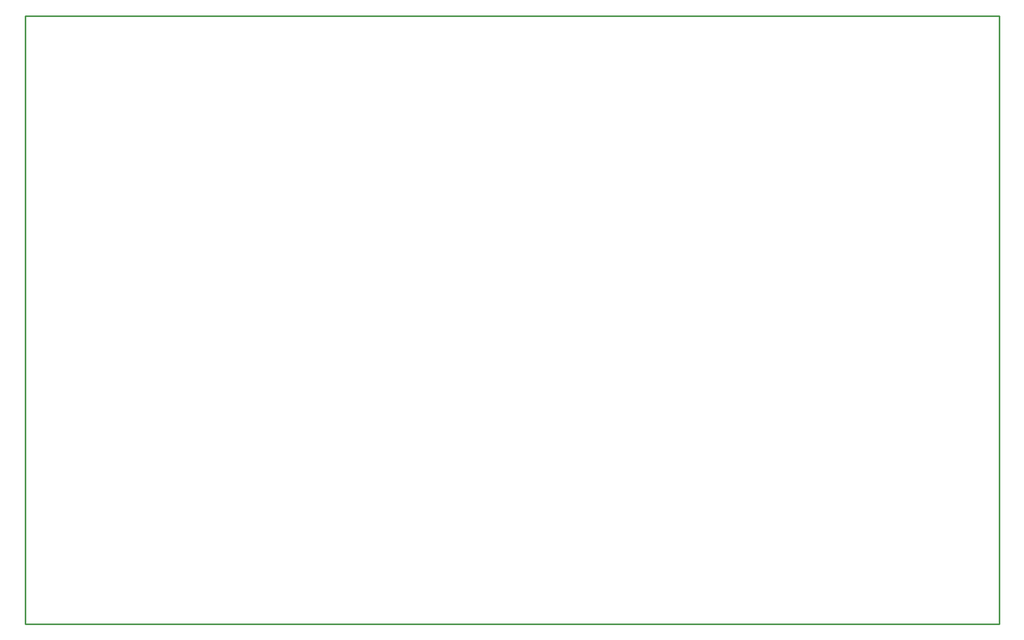
<source format=gbr>
G04 EAGLE Gerber RS-274X export*
G75*
%MOMM*%
%FSLAX34Y34*%
%LPD*%
%IN*%
%IPPOS*%
%AMOC8*
5,1,8,0,0,1.08239X$1,22.5*%
G01*
G04 Define Apertures*
%ADD10C,0.254000*%
D10*
X0Y0D02*
X1600000Y0D01*
X1600000Y1000000D01*
X0Y1000000D01*
X0Y0D01*
M02*

</source>
